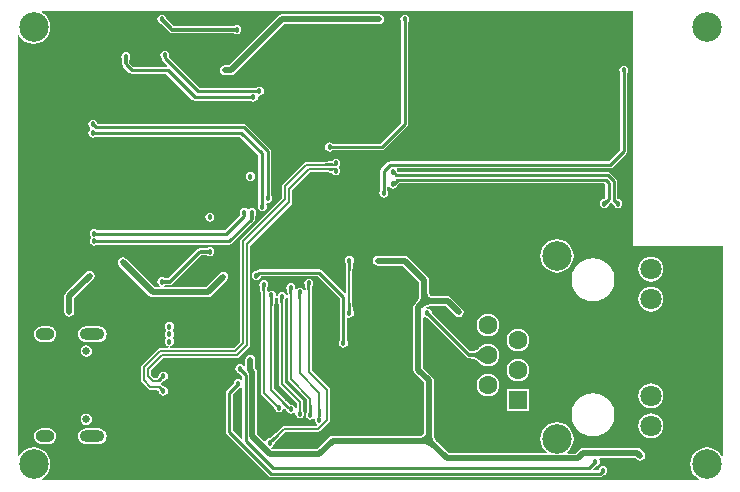
<source format=gbl>
G04*
G04 #@! TF.GenerationSoftware,Altium Limited,Altium Designer,20.0.2 (26)*
G04*
G04 Layer_Physical_Order=2*
G04 Layer_Color=16711680*
%FSLAX25Y25*%
%MOIN*%
G70*
G01*
G75*
%ADD10C,0.01000*%
%ADD18C,0.00800*%
%ADD60C,0.02000*%
%ADD61C,0.01200*%
%ADD64C,0.09843*%
%ADD65C,0.09843*%
%ADD66C,0.07087*%
%ADD67C,0.06299*%
%ADD68R,0.06299X0.06299*%
%ADD69C,0.02559*%
%ADD70O,0.06299X0.03937*%
%ADD71O,0.08268X0.03937*%
%ADD72C,0.01800*%
G36*
X87500Y83D02*
X87604Y-21D01*
X117569D01*
Y-70076D01*
X117079Y-70174D01*
X117027Y-70050D01*
X116142Y-68897D01*
X114989Y-68012D01*
X113646Y-67456D01*
X112205Y-67266D01*
X110763Y-67456D01*
X109420Y-68012D01*
X108267Y-68897D01*
X107382Y-70050D01*
X106826Y-71393D01*
X106636Y-72835D01*
X106826Y-74276D01*
X107382Y-75619D01*
X108267Y-76772D01*
X109420Y-77658D01*
X109544Y-77709D01*
X109446Y-78199D01*
X-109446D01*
X-109544Y-77709D01*
X-109420Y-77658D01*
X-108267Y-76772D01*
X-107382Y-75619D01*
X-106826Y-74276D01*
X-106636Y-72835D01*
X-106826Y-71393D01*
X-107382Y-70050D01*
X-108267Y-68897D01*
X-109420Y-68012D01*
X-110763Y-67456D01*
X-112205Y-67266D01*
X-113646Y-67456D01*
X-114989Y-68012D01*
X-116142Y-68897D01*
X-117027Y-70050D01*
X-117079Y-70174D01*
X-117569Y-70076D01*
X-117569Y70076D01*
X-117079Y70174D01*
X-117027Y70050D01*
X-116142Y68897D01*
X-114989Y68012D01*
X-113646Y67456D01*
X-112205Y67266D01*
X-110763Y67456D01*
X-109420Y68012D01*
X-108267Y68897D01*
X-107382Y70050D01*
X-106826Y71393D01*
X-106636Y72835D01*
X-106826Y74276D01*
X-107382Y75619D01*
X-108267Y76772D01*
X-109420Y77658D01*
X-109544Y77709D01*
X-109446Y78199D01*
X87500D01*
Y83D01*
D02*
G37*
%LPC*%
G36*
X-69500Y77029D02*
X-70085Y76913D01*
X-70581Y76581D01*
X-70913Y76085D01*
X-71029Y75500D01*
X-70913Y74915D01*
X-70581Y74419D01*
X-70085Y74087D01*
X-69751Y74020D01*
X-66865Y71135D01*
X-66468Y70870D01*
X-66000Y70776D01*
X-45369D01*
X-45085Y70587D01*
X-44500Y70471D01*
X-43915Y70587D01*
X-43419Y70919D01*
X-43087Y71415D01*
X-42971Y72000D01*
X-43087Y72585D01*
X-43419Y73081D01*
X-43915Y73413D01*
X-44500Y73529D01*
X-45085Y73413D01*
X-45369Y73224D01*
X-65493D01*
X-68020Y75751D01*
X-68087Y76085D01*
X-68419Y76581D01*
X-68915Y76913D01*
X-69500Y77029D01*
D02*
G37*
G36*
X-68500Y65029D02*
X-69085Y64913D01*
X-69581Y64581D01*
X-69913Y64085D01*
X-70029Y63500D01*
X-69913Y62915D01*
X-69616Y62470D01*
X-69536Y62071D01*
X-69293Y61707D01*
X-67708Y60122D01*
X-67915Y59622D01*
X-79035D01*
X-80345Y60932D01*
X-80326Y61589D01*
X-80297Y61929D01*
X-80282Y62031D01*
X-80270Y62085D01*
X-80255Y62131D01*
X-80257Y62160D01*
X-80087Y62415D01*
X-79971Y63000D01*
X-80087Y63585D01*
X-80419Y64081D01*
X-80915Y64413D01*
X-81500Y64529D01*
X-82085Y64413D01*
X-82581Y64081D01*
X-82913Y63585D01*
X-83029Y63000D01*
X-82913Y62415D01*
X-82743Y62160D01*
X-82745Y62131D01*
X-82730Y62085D01*
X-82724Y62058D01*
X-82651Y60807D01*
X-82649Y60497D01*
X-82595Y60368D01*
X-82536Y60071D01*
X-82293Y59707D01*
X-80293Y57707D01*
X-80293Y57707D01*
X-79929Y57464D01*
X-79500Y57378D01*
X-79500Y57378D01*
X-67965D01*
X-59293Y48707D01*
X-59293Y48707D01*
X-58929Y48464D01*
X-58500Y48378D01*
X-40021D01*
X-39585Y48087D01*
X-39000Y47971D01*
X-38415Y48087D01*
X-37919Y48419D01*
X-37587Y48915D01*
X-37471Y49500D01*
X-37482Y49557D01*
X-37057Y49982D01*
X-37000Y49971D01*
X-36415Y50087D01*
X-35919Y50419D01*
X-35587Y50915D01*
X-35471Y51500D01*
X-35587Y52085D01*
X-35919Y52581D01*
X-36415Y52913D01*
X-37000Y53029D01*
X-37585Y52913D01*
X-38021Y52622D01*
X-57035D01*
X-67184Y62770D01*
X-67087Y62915D01*
X-66971Y63500D01*
X-67087Y64085D01*
X-67419Y64581D01*
X-67915Y64913D01*
X-68500Y65029D01*
D02*
G37*
G36*
X3000Y77131D02*
X-29500D01*
X-30124Y77007D01*
X-30654Y76653D01*
X-47176Y60131D01*
X-48500D01*
X-49124Y60007D01*
X-49654Y59654D01*
X-50007Y59124D01*
X-50131Y58500D01*
X-50007Y57876D01*
X-49654Y57346D01*
X-49124Y56993D01*
X-48500Y56869D01*
X-46500D01*
X-45876Y56993D01*
X-45347Y57346D01*
X-28824Y73869D01*
X3000D01*
X3624Y73993D01*
X4154Y74347D01*
X4507Y74876D01*
X4631Y75500D01*
X4507Y76124D01*
X4154Y76653D01*
X3624Y77007D01*
X3000Y77131D01*
D02*
G37*
G36*
X11500Y77029D02*
X10915Y76913D01*
X10419Y76581D01*
X10087Y76085D01*
X9971Y75500D01*
X10087Y74915D01*
X10378Y74479D01*
Y40965D01*
X3433Y34019D01*
X-12581D01*
X-13017Y34310D01*
X-13602Y34427D01*
X-14188Y34310D01*
X-14684Y33979D01*
X-15015Y33483D01*
X-15132Y32897D01*
X-15015Y32312D01*
X-14684Y31816D01*
X-14188Y31484D01*
X-13602Y31368D01*
X-13017Y31484D01*
X-12581Y31776D01*
X3898D01*
X3898Y31776D01*
X4327Y31861D01*
X4691Y32105D01*
X12293Y39707D01*
X12293Y39707D01*
X12536Y40071D01*
X12622Y40500D01*
Y74479D01*
X12913Y74915D01*
X13029Y75500D01*
X12913Y76085D01*
X12581Y76581D01*
X12085Y76913D01*
X11500Y77029D01*
D02*
G37*
G36*
X84500Y60029D02*
X83915Y59913D01*
X83419Y59581D01*
X83087Y59085D01*
X82971Y58500D01*
X83087Y57915D01*
X83378Y57479D01*
Y31965D01*
X79535Y28122D01*
X6500D01*
X6500Y28122D01*
X6071Y28036D01*
X5707Y27793D01*
X5707Y27793D01*
X3707Y25793D01*
X3464Y25429D01*
X3378Y25000D01*
X3379Y25000D01*
Y18521D01*
X3087Y18085D01*
X2971Y17500D01*
X3087Y16915D01*
X3419Y16419D01*
X3915Y16087D01*
X4500Y15971D01*
X5085Y16087D01*
X5581Y16419D01*
X5913Y16915D01*
X6029Y17500D01*
X5913Y18085D01*
X5621Y18521D01*
Y19511D01*
X5710Y19578D01*
X6387Y19465D01*
X6419Y19419D01*
X6915Y19087D01*
X7500Y18971D01*
X8085Y19087D01*
X8581Y19419D01*
X8913Y19915D01*
X8926Y19979D01*
X9651Y20778D01*
X78035D01*
X78378Y20435D01*
Y16016D01*
X78215Y15864D01*
X77972Y15660D01*
X77885Y15596D01*
X77817Y15551D01*
X77783Y15532D01*
X77774Y15530D01*
X77766Y15525D01*
X77733Y15511D01*
X77702Y15480D01*
X77683Y15466D01*
X77415Y15413D01*
X76919Y15081D01*
X76587Y14585D01*
X76471Y14000D01*
X76587Y13415D01*
X76919Y12919D01*
X77415Y12587D01*
X78000Y12471D01*
X78585Y12587D01*
X79081Y12919D01*
X79413Y13415D01*
X79466Y13683D01*
X79480Y13702D01*
X79511Y13733D01*
X79524Y13766D01*
X79530Y13774D01*
X79532Y13783D01*
X79551Y13817D01*
X79582Y13864D01*
X79920Y14256D01*
X80101Y14320D01*
X80537Y14297D01*
X80596Y14262D01*
X80678Y14172D01*
X80856Y13955D01*
X80910Y13878D01*
X80948Y13817D01*
X80967Y13781D01*
X80971Y13761D01*
X80979Y13750D01*
X80985Y13735D01*
X81002Y13717D01*
X81037Y13666D01*
X81087Y13415D01*
X81419Y12919D01*
X81915Y12587D01*
X82500Y12471D01*
X83085Y12587D01*
X83581Y12919D01*
X83913Y13415D01*
X84029Y14000D01*
X83913Y14585D01*
X83581Y15081D01*
X83085Y15413D01*
X82834Y15463D01*
X82783Y15498D01*
X82765Y15515D01*
X82750Y15521D01*
X82739Y15529D01*
X82718Y15533D01*
X82683Y15552D01*
X82622Y15590D01*
X82554Y15638D01*
X82222Y15928D01*
Y21563D01*
X82222Y21563D01*
X82136Y21992D01*
X81893Y22356D01*
X79956Y24293D01*
X79592Y24536D01*
X79163Y24622D01*
X79163Y24622D01*
X9181D01*
X8962Y24841D01*
X8913Y25085D01*
X8717Y25379D01*
X8968Y25878D01*
X80000D01*
X80000Y25878D01*
X80429Y25964D01*
X80793Y26207D01*
X85293Y30707D01*
X85293Y30707D01*
X85536Y31071D01*
X85622Y31500D01*
X85622Y31500D01*
Y57479D01*
X85913Y57915D01*
X86029Y58500D01*
X85913Y59085D01*
X85581Y59581D01*
X85085Y59913D01*
X84500Y60029D01*
D02*
G37*
G36*
X-11500Y29029D02*
X-12085Y28913D01*
X-12581Y28581D01*
X-12746Y28334D01*
X-12754Y28330D01*
X-12758Y28329D01*
X-12770Y28320D01*
X-12826Y28288D01*
X-12834Y28278D01*
X-12892Y28251D01*
X-13034Y28207D01*
X-13241Y28163D01*
X-13496Y28126D01*
X-14632Y28054D01*
X-15101Y28049D01*
X-15154Y28027D01*
X-15211Y28039D01*
X-15241Y28020D01*
X-21328D01*
X-21719Y27942D01*
X-22049Y27721D01*
X-29221Y20549D01*
X-29442Y20219D01*
X-29520Y19828D01*
Y15922D01*
X-43221Y2221D01*
X-43442Y1890D01*
X-43520Y1500D01*
Y-32078D01*
X-45422Y-33980D01*
X-66627D01*
X-66749Y-33531D01*
X-66749Y-33528D01*
X-66415Y-33413D01*
X-66322Y-33351D01*
X-65919Y-33081D01*
X-65587Y-32585D01*
X-65471Y-32000D01*
X-65587Y-31415D01*
X-65919Y-30919D01*
Y-30581D01*
X-65587Y-30085D01*
X-65471Y-29500D01*
X-65587Y-28915D01*
X-65919Y-28419D01*
Y-28081D01*
X-65587Y-27585D01*
X-65471Y-27000D01*
X-65587Y-26415D01*
X-65919Y-25919D01*
X-66415Y-25587D01*
X-67000Y-25471D01*
X-67585Y-25587D01*
X-68081Y-25919D01*
X-68413Y-26415D01*
X-68529Y-27000D01*
X-68413Y-27585D01*
X-68081Y-28081D01*
Y-28419D01*
X-68413Y-28915D01*
X-68529Y-29500D01*
X-68413Y-30085D01*
X-68081Y-30581D01*
Y-30919D01*
X-68413Y-31415D01*
X-68529Y-32000D01*
X-68413Y-32585D01*
X-68081Y-33081D01*
X-67678Y-33351D01*
X-67585Y-33413D01*
X-67251Y-33528D01*
X-67251Y-33531D01*
X-67373Y-33980D01*
X-70000D01*
X-70390Y-34058D01*
X-70721Y-34279D01*
X-76221Y-39779D01*
X-76442Y-40110D01*
X-76520Y-40500D01*
Y-44828D01*
X-76442Y-45219D01*
X-76221Y-45549D01*
X-74049Y-47721D01*
X-73719Y-47942D01*
X-73328Y-48020D01*
X-70979D01*
X-70964Y-48036D01*
X-70750Y-48293D01*
X-70677Y-48395D01*
X-70618Y-48487D01*
X-70578Y-48562D01*
X-70554Y-48616D01*
X-70545Y-48645D01*
X-70536Y-48698D01*
X-70469Y-48802D01*
X-70413Y-49085D01*
X-70081Y-49581D01*
X-69585Y-49913D01*
X-69000Y-50029D01*
X-68415Y-49913D01*
X-67919Y-49581D01*
X-67587Y-49085D01*
X-67471Y-48500D01*
X-67587Y-47915D01*
X-67919Y-47419D01*
X-68415Y-47087D01*
X-68698Y-47031D01*
X-68802Y-46964D01*
X-68855Y-46955D01*
X-68884Y-46946D01*
X-68938Y-46922D01*
X-69013Y-46881D01*
X-69105Y-46823D01*
X-69202Y-46753D01*
X-69613Y-46399D01*
X-69727Y-46288D01*
X-69744Y-46249D01*
X-69759Y-45970D01*
X-69750Y-45778D01*
X-69727Y-45713D01*
X-69464Y-45464D01*
X-69207Y-45250D01*
X-69105Y-45177D01*
X-69013Y-45118D01*
X-68938Y-45078D01*
X-68884Y-45054D01*
X-68855Y-45045D01*
X-68802Y-45036D01*
X-68698Y-44969D01*
X-68415Y-44913D01*
X-67919Y-44581D01*
X-67587Y-44085D01*
X-67471Y-43500D01*
X-67587Y-42915D01*
X-67919Y-42419D01*
X-68415Y-42087D01*
X-69000Y-41971D01*
X-69585Y-42087D01*
X-70081Y-42419D01*
X-70413Y-42915D01*
X-70469Y-43198D01*
X-70536Y-43302D01*
X-70545Y-43355D01*
X-70554Y-43384D01*
X-70578Y-43439D01*
X-70618Y-43513D01*
X-70677Y-43605D01*
X-70747Y-43702D01*
X-70987Y-43980D01*
X-72078D01*
X-72980Y-43078D01*
Y-41422D01*
X-69078Y-37520D01*
X-44500D01*
X-44110Y-37442D01*
X-43779Y-37221D01*
X-40365Y-33807D01*
X-40144Y-33476D01*
X-40066Y-33086D01*
Y-8D01*
X-26279Y13779D01*
X-26058Y14110D01*
X-25980Y14500D01*
Y18578D01*
X-20078Y24480D01*
X-15241D01*
X-15211Y24461D01*
X-15158Y24473D01*
X-15108Y24451D01*
X-14202Y24431D01*
X-13501Y24375D01*
X-13241Y24337D01*
X-13034Y24293D01*
X-12892Y24249D01*
X-12834Y24222D01*
X-12826Y24212D01*
X-12770Y24180D01*
X-12758Y24171D01*
X-12754Y24170D01*
X-12746Y24166D01*
X-12581Y23919D01*
X-12085Y23587D01*
X-11500Y23471D01*
X-10915Y23587D01*
X-10419Y23919D01*
X-10087Y24415D01*
X-9971Y25000D01*
X-10087Y25585D01*
X-10296Y25899D01*
X-10379Y26250D01*
X-10296Y26601D01*
X-10087Y26915D01*
X-9971Y27500D01*
X-10087Y28085D01*
X-10419Y28581D01*
X-10915Y28913D01*
X-11500Y29029D01*
D02*
G37*
G36*
X-40000Y24529D02*
X-40585Y24413D01*
X-41081Y24081D01*
X-41413Y23585D01*
X-41529Y23000D01*
X-41413Y22415D01*
X-41081Y21919D01*
X-40585Y21587D01*
X-40000Y21471D01*
X-39415Y21587D01*
X-38919Y21919D01*
X-38587Y22415D01*
X-38471Y23000D01*
X-38587Y23585D01*
X-38919Y24081D01*
X-39415Y24413D01*
X-40000Y24529D01*
D02*
G37*
G36*
X-92500Y42029D02*
X-93085Y41913D01*
X-93581Y41581D01*
X-93913Y41085D01*
X-94029Y40500D01*
X-93913Y39915D01*
X-93581Y39419D01*
X-93405Y39301D01*
Y38699D01*
X-93581Y38581D01*
X-93913Y38085D01*
X-94029Y37500D01*
X-93913Y36915D01*
X-93581Y36419D01*
X-93085Y36087D01*
X-92500Y35971D01*
X-91915Y36087D01*
X-91479Y36378D01*
X-43465D01*
X-37372Y30285D01*
Y13647D01*
X-37413Y13585D01*
X-37529Y13000D01*
X-37413Y12415D01*
X-37081Y11919D01*
X-36585Y11587D01*
X-36000Y11471D01*
X-35415Y11587D01*
X-34919Y11919D01*
X-34587Y12415D01*
X-34471Y13000D01*
X-34587Y13585D01*
X-34735Y13807D01*
X-34435Y14257D01*
X-34250Y14221D01*
X-33665Y14337D01*
X-33169Y14669D01*
X-32837Y15165D01*
X-32721Y15750D01*
X-32837Y16335D01*
X-33128Y16771D01*
Y31493D01*
X-33128Y31493D01*
X-33214Y31922D01*
X-33457Y32286D01*
X-33457Y32286D01*
X-41464Y40293D01*
X-41828Y40536D01*
X-42257Y40622D01*
X-42257Y40622D01*
X-90995D01*
X-91087Y41085D01*
X-91419Y41581D01*
X-91915Y41913D01*
X-92500Y42029D01*
D02*
G37*
G36*
X-39500Y12529D02*
X-40085Y12413D01*
X-40581Y12081D01*
X-40919D01*
X-41415Y12413D01*
X-42000Y12529D01*
X-42585Y12413D01*
X-43081Y12081D01*
X-43413Y11585D01*
X-43529Y11000D01*
X-43413Y10415D01*
X-43316Y10270D01*
X-48465Y5122D01*
X-90979D01*
X-91415Y5413D01*
X-92000Y5529D01*
X-92585Y5413D01*
X-93081Y5081D01*
X-93413Y4585D01*
X-93529Y4000D01*
X-93413Y3415D01*
X-93081Y2919D01*
Y2581D01*
X-93413Y2085D01*
X-93529Y1500D01*
X-93413Y915D01*
X-93081Y419D01*
X-92585Y87D01*
X-92000Y-29D01*
X-91415Y87D01*
X-90979Y378D01*
X-46964D01*
X-46964Y378D01*
X-46535Y464D01*
X-46171Y707D01*
X-38707Y8171D01*
X-38464Y8535D01*
X-38405Y8830D01*
X-38351Y8959D01*
X-38349Y9184D01*
X-38334Y9566D01*
X-38305Y9860D01*
X-38290Y9959D01*
X-38273Y10033D01*
X-38262Y10070D01*
X-38253Y10084D01*
X-38251Y10096D01*
X-38242Y10118D01*
X-38241Y10151D01*
X-38233Y10197D01*
X-38087Y10415D01*
X-37971Y11000D01*
X-38087Y11585D01*
X-38419Y12081D01*
X-38915Y12413D01*
X-39500Y12529D01*
D02*
G37*
G36*
X-53500Y11029D02*
X-54085Y10913D01*
X-54581Y10581D01*
X-54913Y10085D01*
X-55029Y9500D01*
X-54913Y8915D01*
X-54581Y8419D01*
X-54085Y8087D01*
X-53500Y7971D01*
X-52915Y8087D01*
X-52419Y8419D01*
X-52087Y8915D01*
X-51971Y9500D01*
X-52087Y10085D01*
X-52419Y10581D01*
X-52915Y10913D01*
X-53500Y11029D01*
D02*
G37*
G36*
Y-471D02*
X-54085Y-587D01*
X-54474Y-847D01*
X-56949Y-851D01*
X-57031Y-885D01*
X-57429Y-964D01*
X-57793Y-1207D01*
X-57793Y-1207D01*
X-67432Y-10846D01*
X-68089Y-10826D01*
X-68429Y-10797D01*
X-68530Y-10782D01*
X-68585Y-10770D01*
X-68631Y-10755D01*
X-68660Y-10757D01*
X-68915Y-10587D01*
X-69500Y-10471D01*
X-70085Y-10587D01*
X-70581Y-10919D01*
X-70913Y-11415D01*
X-71029Y-12000D01*
X-70913Y-12585D01*
X-70581Y-13081D01*
X-70152Y-13369D01*
X-70157Y-13632D01*
X-70235Y-13869D01*
X-71824D01*
X-81346Y-4346D01*
X-81876Y-3993D01*
X-82500Y-3869D01*
X-83124Y-3993D01*
X-83653Y-4346D01*
X-84007Y-4876D01*
X-84131Y-5500D01*
X-84007Y-6124D01*
X-83653Y-6654D01*
X-73654Y-16654D01*
X-73124Y-17007D01*
X-72500Y-17131D01*
X-72500Y-17131D01*
X-54193D01*
X-53568Y-17007D01*
X-53039Y-16654D01*
X-47846Y-11461D01*
X-47493Y-10932D01*
X-47369Y-10307D01*
X-47493Y-9683D01*
X-47846Y-9154D01*
X-48376Y-8800D01*
X-49000Y-8676D01*
X-49624Y-8800D01*
X-50153Y-9154D01*
X-54868Y-13869D01*
X-68367D01*
X-68488Y-13766D01*
X-68665Y-13369D01*
X-68581Y-13229D01*
X-68558Y-13224D01*
X-67307Y-13151D01*
X-66997Y-13149D01*
X-66868Y-13095D01*
X-66571Y-13036D01*
X-66207Y-12793D01*
X-56564Y-3150D01*
X-54474Y-3153D01*
X-54085Y-3413D01*
X-53500Y-3529D01*
X-52915Y-3413D01*
X-52419Y-3081D01*
X-52087Y-2585D01*
X-51971Y-2000D01*
X-52087Y-1415D01*
X-52419Y-919D01*
X-52915Y-587D01*
X-53500Y-471D01*
D02*
G37*
G36*
X74849Y-4272D02*
X73569D01*
X73508Y-4297D01*
X73442Y-4284D01*
X72187Y-4534D01*
X72132Y-4571D01*
X72066D01*
X70883Y-5060D01*
X70836Y-5107D01*
X70771Y-5120D01*
X69707Y-5831D01*
X69670Y-5886D01*
X69609Y-5912D01*
X68704Y-6817D01*
X68678Y-6878D01*
X68623Y-6915D01*
X67912Y-7979D01*
X67899Y-8044D01*
X67852Y-8091D01*
X67362Y-9274D01*
Y-9340D01*
X67326Y-9396D01*
X67076Y-10650D01*
X67089Y-10716D01*
X67063Y-10777D01*
Y-12057D01*
X67089Y-12118D01*
X67076Y-12184D01*
X67326Y-13439D01*
X67362Y-13494D01*
Y-13560D01*
X67852Y-14743D01*
X67899Y-14790D01*
X67912Y-14855D01*
X68623Y-15919D01*
X68678Y-15956D01*
X68704Y-16017D01*
X69609Y-16922D01*
X69670Y-16948D01*
X69707Y-17003D01*
X70771Y-17714D01*
X70836Y-17727D01*
X70883Y-17774D01*
X72066Y-18263D01*
X72132D01*
X72187Y-18300D01*
X73442Y-18550D01*
X73508Y-18537D01*
X73569Y-18563D01*
X74849D01*
X74910Y-18537D01*
X74975Y-18550D01*
X76230Y-18300D01*
X76286Y-18263D01*
X76352D01*
X77535Y-17774D01*
X77582Y-17727D01*
X77647Y-17714D01*
X78711Y-17003D01*
X78748Y-16948D01*
X78809Y-16922D01*
X79714Y-16017D01*
X79739Y-15956D01*
X79795Y-15919D01*
X80506Y-14855D01*
X80519Y-14790D01*
X80566Y-14743D01*
X81055Y-13560D01*
Y-13494D01*
X81092Y-13439D01*
X81342Y-12184D01*
X81329Y-12118D01*
X81354Y-12057D01*
Y-10777D01*
X81329Y-10716D01*
X81342Y-10650D01*
X81092Y-9396D01*
X81055Y-9340D01*
Y-9274D01*
X80566Y-8091D01*
X80519Y-8044D01*
X80506Y-7979D01*
X79795Y-6915D01*
X79739Y-6878D01*
X79714Y-6817D01*
X78809Y-5912D01*
X78748Y-5886D01*
X78711Y-5831D01*
X77647Y-5120D01*
X77582Y-5107D01*
X77535Y-5060D01*
X76352Y-4571D01*
X76286D01*
X76230Y-4534D01*
X74975Y-4284D01*
X74910Y-4297D01*
X74849Y-4272D01*
D02*
G37*
G36*
X62201Y2144D02*
X60760Y1954D01*
X59417Y1398D01*
X58263Y513D01*
X57378Y-641D01*
X56822Y-1984D01*
X56632Y-3425D01*
X56822Y-4866D01*
X57378Y-6209D01*
X58263Y-7363D01*
X59417Y-8248D01*
X60760Y-8804D01*
X62201Y-8994D01*
X63642Y-8804D01*
X64986Y-8248D01*
X66139Y-7363D01*
X67024Y-6209D01*
X67580Y-4866D01*
X67770Y-3425D01*
X67580Y-1984D01*
X67024Y-641D01*
X66139Y513D01*
X64986Y1398D01*
X63642Y1954D01*
X62201Y2144D01*
D02*
G37*
G36*
X93500Y-3655D02*
X92418Y-3797D01*
X91411Y-4215D01*
X90545Y-4879D01*
X89881Y-5745D01*
X89464Y-6752D01*
X89321Y-7834D01*
X89464Y-8916D01*
X89881Y-9923D01*
X90545Y-10789D01*
X91411Y-11453D01*
X92418Y-11871D01*
X93500Y-12013D01*
X94582Y-11871D01*
X95590Y-11453D01*
X96455Y-10789D01*
X97119Y-9923D01*
X97537Y-8916D01*
X97679Y-7834D01*
X97537Y-6752D01*
X97119Y-5745D01*
X96455Y-4879D01*
X95590Y-4215D01*
X94582Y-3797D01*
X93500Y-3655D01*
D02*
G37*
G36*
X-7000Y-3471D02*
X-7585Y-3587D01*
X-8081Y-3919D01*
X-8413Y-4415D01*
X-8529Y-5000D01*
X-8413Y-5585D01*
X-8123Y-6019D01*
X-8049Y-8525D01*
X-8020Y-8591D01*
Y-15687D01*
X-8520Y-15894D01*
X-16207Y-8207D01*
X-16571Y-7964D01*
X-17000Y-7878D01*
X-17000Y-7878D01*
X-37000D01*
X-37429Y-7964D01*
X-37793Y-8207D01*
X-37793Y-8207D01*
X-38071Y-8485D01*
X-38585Y-8587D01*
X-39081Y-8919D01*
X-39413Y-9415D01*
X-39529Y-10000D01*
X-39413Y-10585D01*
X-39081Y-11081D01*
X-38585Y-11413D01*
X-38000Y-11529D01*
X-37415Y-11413D01*
X-36919Y-11081D01*
X-36587Y-10585D01*
X-36495Y-10122D01*
X-17465D01*
X-10122Y-17465D01*
Y-31479D01*
X-10413Y-31915D01*
X-10529Y-32500D01*
X-10413Y-33085D01*
X-10081Y-33581D01*
X-9585Y-33913D01*
X-9000Y-34029D01*
X-8415Y-33913D01*
X-7919Y-33581D01*
X-7587Y-33085D01*
X-7471Y-32500D01*
X-7587Y-31915D01*
X-7878Y-31479D01*
Y-24273D01*
X-7378Y-23954D01*
X-7000Y-24029D01*
X-6415Y-23913D01*
X-5919Y-23581D01*
X-5587Y-23085D01*
X-5471Y-22500D01*
X-5587Y-21915D01*
X-5877Y-21481D01*
X-5951Y-18974D01*
X-5980Y-18909D01*
Y-8581D01*
X-5951Y-8510D01*
X-5943Y-7139D01*
X-5912Y-6071D01*
X-5587Y-5585D01*
X-5471Y-5000D01*
X-5587Y-4415D01*
X-5919Y-3919D01*
X-6415Y-3587D01*
X-7000Y-3471D01*
D02*
G37*
G36*
X93500Y-13655D02*
X92418Y-13797D01*
X91411Y-14215D01*
X90545Y-14879D01*
X89881Y-15744D01*
X89464Y-16752D01*
X89321Y-17834D01*
X89464Y-18916D01*
X89881Y-19924D01*
X90545Y-20789D01*
X91411Y-21453D01*
X92418Y-21871D01*
X93500Y-22013D01*
X94582Y-21871D01*
X95590Y-21453D01*
X96455Y-20789D01*
X97119Y-19924D01*
X97537Y-18916D01*
X97679Y-17834D01*
X97537Y-16752D01*
X97119Y-15744D01*
X96455Y-14879D01*
X95590Y-14215D01*
X94582Y-13797D01*
X93500Y-13655D01*
D02*
G37*
G36*
X-93500Y-8369D02*
X-94124Y-8493D01*
X-94653Y-8846D01*
X-101486Y-15679D01*
X-101839Y-16208D01*
X-101963Y-16832D01*
Y-22059D01*
X-101839Y-22684D01*
X-101486Y-23213D01*
X-100956Y-23567D01*
X-100332Y-23691D01*
X-99708Y-23567D01*
X-99179Y-23213D01*
X-98825Y-22684D01*
X-98701Y-22059D01*
Y-17508D01*
X-92347Y-11153D01*
X-91993Y-10624D01*
X-91869Y-10000D01*
X-91993Y-9376D01*
X-92347Y-8846D01*
X-92876Y-8493D01*
X-93500Y-8369D01*
D02*
G37*
G36*
X39209Y-22655D02*
X38230Y-22784D01*
X37318Y-23162D01*
X36535Y-23763D01*
X35934Y-24546D01*
X35556Y-25458D01*
X35427Y-26437D01*
X35556Y-27416D01*
X35934Y-28328D01*
X36535Y-29111D01*
X37318Y-29712D01*
X38230Y-30090D01*
X39209Y-30219D01*
X40188Y-30090D01*
X41100Y-29712D01*
X41883Y-29111D01*
X42484Y-28328D01*
X42862Y-27416D01*
X42991Y-26437D01*
X42862Y-25458D01*
X42484Y-24546D01*
X41883Y-23763D01*
X41100Y-23162D01*
X40188Y-22784D01*
X39209Y-22655D01*
D02*
G37*
G36*
X-107240Y-26882D02*
X-109602D01*
X-110273Y-26970D01*
X-110898Y-27229D01*
X-111434Y-27641D01*
X-111846Y-28177D01*
X-112105Y-28802D01*
X-112193Y-29472D01*
X-112105Y-30143D01*
X-111846Y-30768D01*
X-111434Y-31304D01*
X-110898Y-31716D01*
X-110273Y-31975D01*
X-109602Y-32063D01*
X-107240D01*
X-106570Y-31975D01*
X-105945Y-31716D01*
X-105408Y-31304D01*
X-104997Y-30768D01*
X-104738Y-30143D01*
X-104649Y-29472D01*
X-104738Y-28802D01*
X-104997Y-28177D01*
X-105408Y-27641D01*
X-105945Y-27229D01*
X-106570Y-26970D01*
X-107240Y-26882D01*
D02*
G37*
G36*
X-90508Y-26882D02*
X-94839D01*
X-95509Y-26970D01*
X-96134Y-27229D01*
X-96671Y-27641D01*
X-97082Y-28177D01*
X-97341Y-28802D01*
X-97429Y-29472D01*
X-97341Y-30143D01*
X-97082Y-30768D01*
X-96671Y-31304D01*
X-96134Y-31716D01*
X-95509Y-31975D01*
X-94839Y-32063D01*
X-90508D01*
X-89837Y-31975D01*
X-89213Y-31716D01*
X-88676Y-31304D01*
X-88264Y-30768D01*
X-88006Y-30143D01*
X-87917Y-29472D01*
X-88006Y-28802D01*
X-88264Y-28177D01*
X-88676Y-27641D01*
X-89213Y-27229D01*
X-89837Y-26970D01*
X-90508Y-26882D01*
D02*
G37*
G36*
X49209Y-27655D02*
X48230Y-27784D01*
X47318Y-28162D01*
X46535Y-28763D01*
X45934Y-29546D01*
X45556Y-30458D01*
X45427Y-31437D01*
X45556Y-32416D01*
X45934Y-33328D01*
X46535Y-34111D01*
X47318Y-34712D01*
X48230Y-35090D01*
X49209Y-35219D01*
X50188Y-35090D01*
X51100Y-34712D01*
X51883Y-34111D01*
X52484Y-33328D01*
X52862Y-32416D01*
X52991Y-31437D01*
X52862Y-30458D01*
X52484Y-29546D01*
X51883Y-28763D01*
X51100Y-28162D01*
X50188Y-27784D01*
X49209Y-27655D01*
D02*
G37*
G36*
X-94642Y-33206D02*
X-95375Y-33352D01*
X-95997Y-33767D01*
X-96412Y-34389D01*
X-96558Y-35122D01*
X-96412Y-35855D01*
X-95997Y-36477D01*
X-95375Y-36893D01*
X-94642Y-37038D01*
X-93908Y-36893D01*
X-93287Y-36477D01*
X-92871Y-35855D01*
X-92725Y-35122D01*
X-92871Y-34389D01*
X-93287Y-33767D01*
X-93908Y-33352D01*
X-94642Y-33206D01*
D02*
G37*
G36*
X49209Y-37655D02*
X48230Y-37784D01*
X47318Y-38162D01*
X46535Y-38763D01*
X45934Y-39546D01*
X45556Y-40458D01*
X45427Y-41437D01*
X45556Y-42416D01*
X45934Y-43328D01*
X46535Y-44111D01*
X47318Y-44712D01*
X48230Y-45090D01*
X49209Y-45219D01*
X50188Y-45090D01*
X51100Y-44712D01*
X51883Y-44111D01*
X52484Y-43328D01*
X52862Y-42416D01*
X52991Y-41437D01*
X52862Y-40458D01*
X52484Y-39546D01*
X51883Y-38763D01*
X51100Y-38162D01*
X50188Y-37784D01*
X49209Y-37655D01*
D02*
G37*
G36*
X74849Y-49272D02*
X73569D01*
X73508Y-49297D01*
X73443Y-49284D01*
X72188Y-49534D01*
X72132Y-49571D01*
X72066D01*
X70884Y-50060D01*
X70837Y-50107D01*
X70771Y-50120D01*
X69707Y-50831D01*
X69670Y-50886D01*
X69609Y-50912D01*
X68704Y-51817D01*
X68679Y-51878D01*
X68623Y-51915D01*
X67912Y-52979D01*
X67899Y-53044D01*
X67852Y-53091D01*
X67363Y-54274D01*
Y-54340D01*
X67326Y-54396D01*
X67076Y-55651D01*
X67089Y-55716D01*
X67063Y-55777D01*
Y-57057D01*
X67089Y-57118D01*
X67076Y-57183D01*
X67326Y-58439D01*
X67363Y-58494D01*
Y-58560D01*
X67852Y-59743D01*
X67899Y-59790D01*
X67912Y-59855D01*
X68623Y-60919D01*
X68678Y-60956D01*
X68704Y-61017D01*
X69609Y-61922D01*
X69670Y-61948D01*
X69707Y-62003D01*
X70771Y-62714D01*
X70837Y-62727D01*
X70884Y-62774D01*
X72066Y-63263D01*
X72132D01*
X72188Y-63300D01*
X73443Y-63550D01*
X73508Y-63537D01*
X73569Y-63563D01*
X74849D01*
X74910Y-63537D01*
X74976Y-63550D01*
X76231Y-63300D01*
X76286Y-63263D01*
X76353D01*
X77535Y-62774D01*
X77582Y-62727D01*
X77647Y-62714D01*
X78711Y-62003D01*
X78748Y-61948D01*
X78809Y-61922D01*
X79714Y-61017D01*
X79740Y-60956D01*
X79795Y-60919D01*
X80506Y-59855D01*
X80519Y-59790D01*
X80566Y-59743D01*
X81055Y-58560D01*
Y-58494D01*
X81093Y-58439D01*
X81342Y-57183D01*
X81329Y-57118D01*
X81355Y-57057D01*
Y-55777D01*
X81329Y-55716D01*
X81342Y-55651D01*
X81093Y-54396D01*
X81056Y-54340D01*
Y-54274D01*
X80566Y-53091D01*
X80519Y-53044D01*
X80506Y-52979D01*
X79795Y-51915D01*
X79740Y-51878D01*
X79714Y-51817D01*
X78809Y-50912D01*
X78748Y-50886D01*
X78711Y-50831D01*
X77647Y-50120D01*
X77582Y-50107D01*
X77535Y-50060D01*
X76353Y-49571D01*
X76286D01*
X76231Y-49534D01*
X74976Y-49284D01*
X74910Y-49297D01*
X74849Y-49272D01*
D02*
G37*
G36*
X39209Y-42655D02*
X38230Y-42784D01*
X37318Y-43162D01*
X36535Y-43763D01*
X35934Y-44546D01*
X35556Y-45458D01*
X35427Y-46437D01*
X35556Y-47416D01*
X35934Y-48328D01*
X36535Y-49111D01*
X37318Y-49712D01*
X38230Y-50090D01*
X39209Y-50219D01*
X40188Y-50090D01*
X41100Y-49712D01*
X41883Y-49111D01*
X42484Y-48328D01*
X42862Y-47416D01*
X42991Y-46437D01*
X42862Y-45458D01*
X42484Y-44546D01*
X41883Y-43763D01*
X41100Y-43162D01*
X40188Y-42784D01*
X39209Y-42655D01*
D02*
G37*
G36*
X93500Y-45821D02*
X92418Y-45963D01*
X91411Y-46381D01*
X90545Y-47045D01*
X89881Y-47910D01*
X89464Y-48918D01*
X89321Y-50000D01*
X89464Y-51082D01*
X89881Y-52090D01*
X90545Y-52955D01*
X91411Y-53619D01*
X92418Y-54037D01*
X93500Y-54179D01*
X94582Y-54037D01*
X95590Y-53619D01*
X96455Y-52955D01*
X97119Y-52090D01*
X97537Y-51082D01*
X97679Y-50000D01*
X97537Y-48918D01*
X97119Y-47910D01*
X96455Y-47045D01*
X95590Y-46381D01*
X94582Y-45963D01*
X93500Y-45821D01*
D02*
G37*
G36*
X52959Y-47687D02*
X45459D01*
Y-55187D01*
X52959D01*
Y-47687D01*
D02*
G37*
G36*
X-94642Y-55962D02*
X-95375Y-56107D01*
X-95997Y-56523D01*
X-96412Y-57145D01*
X-96558Y-57878D01*
X-96412Y-58611D01*
X-95997Y-59233D01*
X-95375Y-59648D01*
X-94642Y-59794D01*
X-93908Y-59648D01*
X-93287Y-59233D01*
X-92871Y-58611D01*
X-92725Y-57878D01*
X-92871Y-57145D01*
X-93287Y-56523D01*
X-93908Y-56107D01*
X-94642Y-55962D01*
D02*
G37*
G36*
X93500Y-55821D02*
X92418Y-55963D01*
X91411Y-56381D01*
X90545Y-57045D01*
X89881Y-57911D01*
X89464Y-58918D01*
X89321Y-60000D01*
X89464Y-61082D01*
X89881Y-62090D01*
X90545Y-62955D01*
X91411Y-63619D01*
X92418Y-64037D01*
X93500Y-64179D01*
X94582Y-64037D01*
X95590Y-63619D01*
X96455Y-62955D01*
X97119Y-62090D01*
X97537Y-61082D01*
X97679Y-60000D01*
X97537Y-58918D01*
X97119Y-57911D01*
X96455Y-57045D01*
X95590Y-56381D01*
X94582Y-55963D01*
X93500Y-55821D01*
D02*
G37*
G36*
X-90508Y-60937D02*
X-94839D01*
X-95509Y-61025D01*
X-96134Y-61284D01*
X-96670Y-61696D01*
X-97082Y-62232D01*
X-97341Y-62857D01*
X-97429Y-63528D01*
X-97341Y-64198D01*
X-97082Y-64823D01*
X-96670Y-65359D01*
X-96134Y-65771D01*
X-95509Y-66030D01*
X-94839Y-66118D01*
X-90508D01*
X-89837Y-66030D01*
X-89213Y-65771D01*
X-88676Y-65359D01*
X-88264Y-64823D01*
X-88006Y-64198D01*
X-87917Y-63528D01*
X-88006Y-62857D01*
X-88264Y-62232D01*
X-88676Y-61696D01*
X-89213Y-61284D01*
X-89837Y-61025D01*
X-90508Y-60937D01*
D02*
G37*
G36*
X-107240D02*
X-109602D01*
X-110273Y-61025D01*
X-110898Y-61284D01*
X-111434Y-61696D01*
X-111846Y-62232D01*
X-112105Y-62857D01*
X-112193Y-63528D01*
X-112105Y-64198D01*
X-111846Y-64823D01*
X-111434Y-65359D01*
X-110898Y-65771D01*
X-110273Y-66030D01*
X-109602Y-66118D01*
X-107240D01*
X-106570Y-66030D01*
X-105945Y-65771D01*
X-105408Y-65359D01*
X-104997Y-64823D01*
X-104738Y-64198D01*
X-104649Y-63528D01*
X-104738Y-62857D01*
X-104997Y-62232D01*
X-105408Y-61696D01*
X-105945Y-61284D01*
X-106570Y-61025D01*
X-107240Y-60937D01*
D02*
G37*
G36*
X11500Y-3369D02*
X2404D01*
X1779Y-3493D01*
X1250Y-3847D01*
X897Y-4376D01*
X772Y-5000D01*
X897Y-5624D01*
X1250Y-6154D01*
X1779Y-6507D01*
X2404Y-6631D01*
X10824D01*
X16369Y-12176D01*
Y-16024D01*
X16351Y-16062D01*
X16338Y-16432D01*
X16301Y-16766D01*
X16240Y-17086D01*
X16155Y-17394D01*
X16046Y-17691D01*
X15913Y-17977D01*
X15755Y-18255D01*
X15572Y-18525D01*
X15363Y-18787D01*
X15110Y-19058D01*
X15096Y-19097D01*
X14846Y-19346D01*
X14493Y-19876D01*
X14369Y-20500D01*
Y-41385D01*
X14493Y-42010D01*
X14846Y-42539D01*
X17869Y-45561D01*
Y-61500D01*
Y-61930D01*
X17852Y-61966D01*
X17833Y-62306D01*
X17789Y-62560D01*
X17722Y-62761D01*
X17638Y-62917D01*
X17538Y-63038D01*
X17417Y-63138D01*
X17261Y-63222D01*
X17060Y-63289D01*
X16806Y-63334D01*
X16466Y-63352D01*
X16430Y-63369D01*
X-12500D01*
X-13124Y-63493D01*
X-13654Y-63846D01*
X-17676Y-67869D01*
X-32708D01*
X-32996Y-67518D01*
X-32840Y-67045D01*
X-32792Y-67036D01*
X-32296Y-66704D01*
X-31964Y-66208D01*
X-31863Y-65697D01*
X-30143Y-63872D01*
X-30117Y-63804D01*
X-28332Y-62020D01*
X-17313D01*
X-16923Y-61942D01*
X-16592Y-61721D01*
X-13779Y-58908D01*
X-13558Y-58577D01*
X-13480Y-58187D01*
Y-48000D01*
X-13558Y-47610D01*
X-13779Y-47279D01*
X-19480Y-41578D01*
Y-16081D01*
X-19451Y-16010D01*
X-19443Y-14639D01*
X-19412Y-13571D01*
X-19087Y-13085D01*
X-18971Y-12500D01*
X-19087Y-11915D01*
X-19419Y-11419D01*
X-19915Y-11087D01*
X-20500Y-10971D01*
X-21085Y-11087D01*
X-21581Y-11419D01*
X-21913Y-11915D01*
X-22029Y-12500D01*
X-21913Y-13085D01*
X-21623Y-13519D01*
X-21583Y-14886D01*
X-22081Y-14943D01*
X-22087Y-14915D01*
X-22419Y-14419D01*
X-22915Y-14087D01*
X-23500Y-13971D01*
X-24085Y-14087D01*
X-24538Y-14390D01*
X-24702Y-14339D01*
X-24999Y-14144D01*
X-24971Y-14000D01*
X-25087Y-13415D01*
X-25419Y-12919D01*
X-25915Y-12587D01*
X-26500Y-12471D01*
X-27085Y-12587D01*
X-27581Y-12919D01*
X-27913Y-13415D01*
X-28029Y-14000D01*
X-27913Y-14585D01*
X-27623Y-15019D01*
X-27583Y-16386D01*
X-28081Y-16443D01*
X-28087Y-16415D01*
X-28419Y-15919D01*
X-28915Y-15587D01*
X-29500Y-15471D01*
X-30085Y-15587D01*
X-30581Y-15919D01*
X-30913Y-16415D01*
X-31029Y-17000D01*
X-30913Y-17585D01*
X-30623Y-18019D01*
X-30549Y-20526D01*
X-30520Y-20591D01*
Y-46000D01*
X-30442Y-46390D01*
X-30221Y-46721D01*
X-24521Y-52421D01*
X-24549Y-52490D01*
X-24557Y-53861D01*
X-24561Y-53998D01*
X-25062Y-54040D01*
X-25087Y-53915D01*
X-25419Y-53419D01*
X-25915Y-53087D01*
X-26500Y-52971D01*
X-26535Y-52978D01*
X-28023Y-51677D01*
X-28370Y-51333D01*
X-28421Y-51312D01*
X-28450Y-51265D01*
X-28489Y-51256D01*
X-31980Y-47765D01*
Y-20081D01*
X-31951Y-20010D01*
X-31943Y-18639D01*
X-31912Y-17571D01*
X-31587Y-17085D01*
X-31471Y-16500D01*
X-31587Y-15915D01*
X-31919Y-15419D01*
X-32415Y-15087D01*
X-33000Y-14971D01*
X-33585Y-15087D01*
X-33944Y-15327D01*
X-34371Y-15166D01*
X-34442Y-15104D01*
X-34412Y-14071D01*
X-34087Y-13585D01*
X-33971Y-13000D01*
X-34087Y-12415D01*
X-34419Y-11919D01*
X-34915Y-11587D01*
X-35500Y-11471D01*
X-36085Y-11587D01*
X-36581Y-11919D01*
X-36913Y-12415D01*
X-37029Y-13000D01*
X-36913Y-13585D01*
X-36623Y-14019D01*
X-36549Y-16525D01*
X-36520Y-16591D01*
Y-49000D01*
X-36442Y-49390D01*
X-36221Y-49721D01*
X-33753Y-52189D01*
X-33724Y-52260D01*
X-32760Y-53235D01*
X-32027Y-54012D01*
X-31913Y-54585D01*
X-31581Y-55081D01*
X-31085Y-55413D01*
X-30500Y-55529D01*
X-29915Y-55413D01*
X-29419Y-55081D01*
X-29087Y-54585D01*
X-29035Y-54326D01*
X-28492Y-54159D01*
X-28001Y-54642D01*
X-27913Y-55085D01*
X-27581Y-55581D01*
X-27085Y-55913D01*
X-26500Y-56029D01*
X-25915Y-55913D01*
X-25462Y-55610D01*
X-25298Y-55661D01*
X-25001Y-55856D01*
X-25029Y-56000D01*
X-24913Y-56585D01*
X-24581Y-57081D01*
X-24085Y-57413D01*
X-23500Y-57529D01*
X-22915Y-57413D01*
X-22419Y-57081D01*
X-22087Y-56585D01*
X-21971Y-56000D01*
X-22087Y-55415D01*
X-22377Y-54981D01*
X-22451Y-52474D01*
X-22480Y-52409D01*
Y-52000D01*
X-22558Y-51610D01*
X-22779Y-51279D01*
X-28480Y-45578D01*
Y-20581D01*
X-28451Y-20510D01*
X-28443Y-19139D01*
X-28412Y-18071D01*
X-28087Y-17585D01*
X-28053Y-17413D01*
X-27551Y-17455D01*
X-27549Y-17526D01*
X-27520Y-17591D01*
Y-44500D01*
X-27442Y-44890D01*
X-27221Y-45221D01*
X-21020Y-51422D01*
Y-52919D01*
X-21049Y-52990D01*
X-21057Y-54361D01*
X-21088Y-55429D01*
X-21413Y-55915D01*
X-21529Y-56500D01*
X-21413Y-57085D01*
X-21081Y-57581D01*
X-20585Y-57913D01*
X-20000Y-58029D01*
X-19415Y-57913D01*
X-18962Y-57610D01*
X-18798Y-57661D01*
X-18501Y-57856D01*
X-18529Y-58000D01*
X-18413Y-58585D01*
X-18081Y-59081D01*
X-18016Y-59125D01*
X-17919Y-59736D01*
X-18119Y-59980D01*
X-28755D01*
X-29145Y-60058D01*
X-29476Y-60279D01*
X-31566Y-62370D01*
X-31638Y-62399D01*
X-32612Y-63363D01*
X-33389Y-64096D01*
X-33963Y-64210D01*
X-34459Y-64541D01*
X-34790Y-65037D01*
X-34817Y-65169D01*
X-35359Y-65334D01*
X-37769Y-62924D01*
Y-42130D01*
X-37893Y-41506D01*
X-38247Y-40977D01*
X-38369Y-40854D01*
Y-38000D01*
X-38493Y-37376D01*
X-38846Y-36847D01*
X-39376Y-36493D01*
X-40000Y-36369D01*
X-40624Y-36493D01*
X-41153Y-36847D01*
X-41507Y-37376D01*
X-41631Y-38000D01*
Y-40265D01*
X-41868Y-40343D01*
X-42131Y-40348D01*
X-42419Y-39919D01*
X-42915Y-39587D01*
X-43500Y-39471D01*
X-44085Y-39587D01*
X-44581Y-39919D01*
X-44913Y-40415D01*
X-45029Y-41000D01*
X-44913Y-41585D01*
X-44581Y-42081D01*
X-44085Y-42413D01*
X-43818Y-42466D01*
X-42622Y-43538D01*
Y-44532D01*
X-43122Y-44783D01*
X-43415Y-44587D01*
X-44000Y-44471D01*
X-44585Y-44587D01*
X-45081Y-44919D01*
X-45413Y-45415D01*
X-45515Y-45929D01*
X-47793Y-48207D01*
X-48036Y-48571D01*
X-48122Y-49000D01*
X-48122Y-49000D01*
Y-62000D01*
X-48122Y-62000D01*
X-48036Y-62429D01*
X-47793Y-62793D01*
X-33793Y-76793D01*
X-33429Y-77036D01*
X-33000Y-77122D01*
X-33000Y-77122D01*
X76500D01*
X76500Y-77122D01*
X76929Y-77036D01*
X77293Y-76793D01*
X77571Y-76515D01*
X78085Y-76413D01*
X78581Y-76081D01*
X78913Y-75585D01*
X79029Y-75000D01*
X78913Y-74415D01*
X78581Y-73919D01*
X78085Y-73587D01*
X77500Y-73471D01*
X76915Y-73587D01*
X76419Y-73919D01*
X76087Y-74415D01*
X75995Y-74878D01*
X74457D01*
X74257Y-74378D01*
X74923Y-73744D01*
X75165Y-73538D01*
X75220Y-73498D01*
X75250Y-73480D01*
X75585Y-73413D01*
X76081Y-73081D01*
X76413Y-72585D01*
X76529Y-72000D01*
X76413Y-71415D01*
X76224Y-71131D01*
X76483Y-70631D01*
X88324D01*
X88846Y-71153D01*
X89376Y-71507D01*
X90000Y-71631D01*
X90624Y-71507D01*
X91154Y-71153D01*
X91507Y-70624D01*
X91631Y-70000D01*
X91507Y-69376D01*
X91154Y-68846D01*
X90153Y-67847D01*
X89624Y-67493D01*
X89000Y-67369D01*
X71000D01*
X70376Y-67493D01*
X69846Y-67847D01*
X68394Y-69299D01*
X65719D01*
X65550Y-68799D01*
X66139Y-68347D01*
X67024Y-67193D01*
X67580Y-65850D01*
X67770Y-64409D01*
X67580Y-62968D01*
X67024Y-61624D01*
X66139Y-60471D01*
X64986Y-59586D01*
X63642Y-59030D01*
X62201Y-58840D01*
X60760Y-59030D01*
X59417Y-59586D01*
X58263Y-60471D01*
X57378Y-61624D01*
X56822Y-62968D01*
X56632Y-64409D01*
X56822Y-65850D01*
X57378Y-67193D01*
X58263Y-68347D01*
X58813Y-68769D01*
X58643Y-69269D01*
X26076D01*
X22404Y-65597D01*
X22390Y-65557D01*
X22138Y-65287D01*
X21928Y-65025D01*
X21745Y-64755D01*
X21587Y-64478D01*
X21454Y-64191D01*
X21345Y-63894D01*
X21260Y-63586D01*
X21199Y-63266D01*
X21162Y-62932D01*
X21149Y-62563D01*
X21131Y-62524D01*
Y-61500D01*
Y-44886D01*
X21131Y-44886D01*
X21007Y-44261D01*
X20653Y-43732D01*
X17631Y-40710D01*
Y-23983D01*
X18131Y-23724D01*
X18415Y-23913D01*
X18929Y-24015D01*
X32144Y-37230D01*
X32144Y-37230D01*
X32508Y-37473D01*
X32791Y-37530D01*
X32916Y-37586D01*
X33386Y-37601D01*
X33809Y-37644D01*
X34207Y-37714D01*
X34579Y-37812D01*
X34928Y-37935D01*
X35253Y-38084D01*
X35558Y-38260D01*
X35843Y-38462D01*
X36109Y-38691D01*
X36378Y-38969D01*
X36383Y-38972D01*
X36386Y-38978D01*
X36454Y-39006D01*
X36535Y-39111D01*
X37318Y-39712D01*
X38230Y-40090D01*
X39209Y-40219D01*
X40188Y-40090D01*
X41100Y-39712D01*
X41883Y-39111D01*
X42484Y-38328D01*
X42862Y-37416D01*
X42991Y-36437D01*
X42862Y-35458D01*
X42484Y-34546D01*
X41883Y-33763D01*
X41100Y-33162D01*
X40188Y-32784D01*
X39209Y-32655D01*
X38230Y-32784D01*
X37318Y-33162D01*
X36535Y-33763D01*
X36454Y-33868D01*
X36387Y-33896D01*
X36384Y-33902D01*
X36378Y-33905D01*
X36109Y-34183D01*
X35843Y-34413D01*
X35558Y-34615D01*
X35254Y-34790D01*
X34928Y-34939D01*
X34579Y-35063D01*
X34207Y-35160D01*
X33809Y-35230D01*
X33386Y-35273D01*
X33360Y-35274D01*
X20515Y-22429D01*
X20413Y-21915D01*
X20081Y-21419D01*
X19585Y-21087D01*
X19000Y-20971D01*
X18797Y-21011D01*
X18641Y-20532D01*
X18809Y-20454D01*
X19106Y-20345D01*
X19414Y-20260D01*
X19735Y-20199D01*
X20068Y-20162D01*
X20437Y-20149D01*
X20476Y-20131D01*
X25210D01*
X28382Y-23304D01*
X28911Y-23657D01*
X29535Y-23781D01*
X30160Y-23657D01*
X30689Y-23304D01*
X31043Y-22774D01*
X31167Y-22150D01*
X31043Y-21526D01*
X30689Y-20997D01*
X27039Y-17346D01*
X26510Y-16993D01*
X25885Y-16869D01*
X21070D01*
X21034Y-16851D01*
X20694Y-16834D01*
X20440Y-16789D01*
X20239Y-16722D01*
X20083Y-16638D01*
X19962Y-16538D01*
X19862Y-16417D01*
X19778Y-16261D01*
X19711Y-16060D01*
X19667Y-15806D01*
X19648Y-15466D01*
X19631Y-15430D01*
Y-11500D01*
X19507Y-10876D01*
X19153Y-10346D01*
X12653Y-3847D01*
X12124Y-3493D01*
X11500Y-3369D01*
D02*
G37*
%LPD*%
G36*
X-80870Y62338D02*
X-80898Y62257D01*
X-80922Y62146D01*
X-80942Y62003D01*
X-80974Y61626D01*
X-80998Y60828D01*
X-81000Y60500D01*
X-82000D01*
X-82002Y60828D01*
X-82078Y62146D01*
X-82102Y62257D01*
X-82130Y62338D01*
X-82160Y62388D01*
X-80840D01*
X-80870Y62338D01*
D02*
G37*
G36*
X9470Y21546D02*
X8388Y20352D01*
X7480Y21400D01*
X7572Y21410D01*
X7672Y21437D01*
X7780Y21481D01*
X7896Y21541D01*
X8020Y21618D01*
X8152Y21712D01*
X8442Y21949D01*
X8598Y22093D01*
X8763Y22254D01*
X9470Y21546D01*
D02*
G37*
G36*
X79853Y15146D02*
X79677Y14967D01*
X79063Y14257D01*
X78994Y14153D01*
X78944Y14061D01*
X78911Y13981D01*
X78896Y13914D01*
X77914Y14896D01*
X77981Y14911D01*
X78061Y14943D01*
X78153Y14994D01*
X78257Y15063D01*
X78374Y15150D01*
X78646Y15377D01*
X78967Y15677D01*
X79146Y15854D01*
X79853Y15146D01*
D02*
G37*
G36*
X81613Y15597D02*
X82152Y15127D01*
X82262Y15049D01*
X82361Y14987D01*
X82451Y14940D01*
X82531Y14909D01*
X82601Y14894D01*
X81606Y13899D01*
X81590Y13969D01*
X81560Y14049D01*
X81513Y14139D01*
X81451Y14239D01*
X81372Y14348D01*
X81169Y14598D01*
X80903Y14887D01*
X80747Y15046D01*
X81454Y15754D01*
X81613Y15597D01*
D02*
G37*
G36*
X-12163Y26891D02*
X-14948Y26600D01*
X-15094Y27400D01*
X-14609Y27405D01*
X-13428Y27479D01*
X-13126Y27524D01*
X-12870Y27578D01*
X-12661Y27643D01*
X-12498Y27717D01*
X-12380Y27801D01*
X-12308Y27895D01*
X-12163Y26891D01*
D02*
G37*
G36*
Y25609D02*
X-12308Y24605D01*
X-12380Y24699D01*
X-12498Y24783D01*
X-12661Y24857D01*
X-12870Y24922D01*
X-13126Y24976D01*
X-13428Y25021D01*
X-14169Y25080D01*
X-15094Y25100D01*
X-14948Y25900D01*
X-12163Y25609D01*
D02*
G37*
G36*
X-68914Y-44396D02*
X-69010Y-44413D01*
X-69113Y-44445D01*
X-69225Y-44494D01*
X-69344Y-44559D01*
X-69470Y-44640D01*
X-69604Y-44736D01*
X-69895Y-44978D01*
X-70217Y-45283D01*
X-70783Y-44717D01*
X-70622Y-44552D01*
X-70236Y-44104D01*
X-70140Y-43970D01*
X-70059Y-43843D01*
X-69994Y-43725D01*
X-69946Y-43613D01*
X-69913Y-43510D01*
X-69896Y-43414D01*
X-68914Y-44396D01*
D02*
G37*
G36*
X-70052Y-46878D02*
X-69604Y-47264D01*
X-69470Y-47360D01*
X-69344Y-47441D01*
X-69225Y-47506D01*
X-69113Y-47554D01*
X-69010Y-47587D01*
X-68914Y-47604D01*
X-69896Y-48586D01*
X-69913Y-48490D01*
X-69946Y-48386D01*
X-69994Y-48275D01*
X-70059Y-48156D01*
X-70140Y-48030D01*
X-70236Y-47896D01*
X-70478Y-47605D01*
X-70783Y-47283D01*
X-70217Y-46717D01*
X-70052Y-46878D01*
D02*
G37*
G36*
X-38838Y10375D02*
X-38872Y10296D01*
X-38902Y10198D01*
X-38928Y10080D01*
X-38950Y9943D01*
X-38982Y9610D01*
X-38998Y9199D01*
X-39000Y8964D01*
X-40000D01*
X-40002Y9199D01*
X-40050Y9943D01*
X-40072Y10080D01*
X-40098Y10198D01*
X-40128Y10296D01*
X-40162Y10375D01*
X-40200Y10435D01*
X-38800D01*
X-38838Y10375D01*
D02*
G37*
G36*
X-54246Y-2504D02*
X-56948Y-2500D01*
Y-1500D01*
X-54246Y-1496D01*
Y-2504D01*
D02*
G37*
G36*
X-68838Y-11371D02*
X-68757Y-11398D01*
X-68646Y-11422D01*
X-68503Y-11442D01*
X-68126Y-11474D01*
X-67328Y-11498D01*
X-67000Y-11500D01*
Y-12500D01*
X-67328Y-12502D01*
X-68646Y-12578D01*
X-68757Y-12602D01*
X-68838Y-12630D01*
X-68888Y-12660D01*
Y-11340D01*
X-68838Y-11371D01*
D02*
G37*
G36*
X-6534Y-5797D02*
X-6548Y-5887D01*
X-6560Y-6029D01*
X-6593Y-7128D01*
X-6600Y-8506D01*
X-7400D01*
X-7481Y-5760D01*
X-6519D01*
X-6534Y-5797D01*
D02*
G37*
G36*
X-6519Y-21739D02*
X-7481D01*
X-7466Y-21703D01*
X-7452Y-21613D01*
X-7440Y-21471D01*
X-7407Y-20372D01*
X-7400Y-18994D01*
X-6600D01*
X-6519Y-21739D01*
D02*
G37*
G36*
X-20034Y-13297D02*
X-20048Y-13387D01*
X-20060Y-13529D01*
X-20093Y-14627D01*
X-20100Y-16006D01*
X-20900D01*
X-20981Y-13261D01*
X-20019D01*
X-20034Y-13297D01*
D02*
G37*
G36*
X-35034Y-13797D02*
X-35048Y-13887D01*
X-35060Y-14029D01*
X-35093Y-15127D01*
X-35100Y-16506D01*
X-35900D01*
X-35981Y-13760D01*
X-35019D01*
X-35034Y-13797D01*
D02*
G37*
G36*
X-26034Y-14797D02*
X-26048Y-14887D01*
X-26060Y-15029D01*
X-26093Y-16127D01*
X-26100Y-17506D01*
X-26900D01*
X-26981Y-14761D01*
X-26019D01*
X-26034Y-14797D01*
D02*
G37*
G36*
X-23034Y-16297D02*
X-23048Y-16387D01*
X-23060Y-16529D01*
X-23093Y-17627D01*
X-23100Y-19006D01*
X-23900D01*
X-23981Y-16261D01*
X-23019D01*
X-23034Y-16297D01*
D02*
G37*
G36*
X-32534Y-17297D02*
X-32548Y-17387D01*
X-32560Y-17529D01*
X-32593Y-18628D01*
X-32600Y-20006D01*
X-33400D01*
X-33481Y-17260D01*
X-32519D01*
X-32534Y-17297D01*
D02*
G37*
G36*
X-29034Y-17797D02*
X-29048Y-17887D01*
X-29060Y-18029D01*
X-29093Y-19128D01*
X-29100Y-20506D01*
X-29900D01*
X-29981Y-17761D01*
X-29019D01*
X-29034Y-17797D01*
D02*
G37*
G36*
X19020Y-15880D02*
X19080Y-16220D01*
X19180Y-16520D01*
X19320Y-16780D01*
X19500Y-17000D01*
X19720Y-17180D01*
X19980Y-17320D01*
X20280Y-17420D01*
X20620Y-17480D01*
X21000Y-17500D01*
X20414Y-19500D01*
X20020Y-19514D01*
X19638Y-19557D01*
X19267Y-19627D01*
X18908Y-19726D01*
X18561Y-19854D01*
X18225Y-20009D01*
X17901Y-20193D01*
X17589Y-20405D01*
X17289Y-20646D01*
X17000Y-20914D01*
X15586Y-19500D01*
X15855Y-19211D01*
X16095Y-18911D01*
X16307Y-18599D01*
X16491Y-18275D01*
X16646Y-17939D01*
X16774Y-17592D01*
X16873Y-17233D01*
X16943Y-16862D01*
X16986Y-16480D01*
X17000Y-16086D01*
X19000Y-15500D01*
X19020Y-15880D01*
D02*
G37*
G36*
X36845Y-38519D02*
X36555Y-38218D01*
X36243Y-37949D01*
X35908Y-37712D01*
X35551Y-37506D01*
X35172Y-37332D01*
X34770Y-37190D01*
X34345Y-37079D01*
X33898Y-37000D01*
X33429Y-36953D01*
X32937Y-36937D01*
Y-35937D01*
X33429Y-35921D01*
X33898Y-35874D01*
X34345Y-35795D01*
X34770Y-35684D01*
X35172Y-35542D01*
X35552Y-35368D01*
X35909Y-35162D01*
X36244Y-34925D01*
X36556Y-34656D01*
X36846Y-34356D01*
X36845Y-38519D01*
D02*
G37*
G36*
X-42586Y-41069D02*
X-42544Y-41141D01*
X-42471Y-41238D01*
X-42239Y-41511D01*
X-41423Y-42368D01*
X-41146Y-42646D01*
X-41854Y-43354D01*
X-43477Y-41900D01*
X-42600Y-41023D01*
X-42586Y-41069D01*
D02*
G37*
G36*
X-30697Y-53122D02*
X-31378Y-53803D01*
X-31393Y-53766D01*
X-31447Y-53693D01*
X-31539Y-53583D01*
X-32292Y-52784D01*
X-33262Y-51804D01*
X-32696Y-51238D01*
X-30697Y-53122D01*
D02*
G37*
G36*
X-28466Y-52153D02*
X-26786Y-53621D01*
X-26728Y-53629D01*
X-27385Y-54337D01*
X-29299Y-52454D01*
X-28827Y-51794D01*
X-28466Y-52153D01*
D02*
G37*
G36*
X-23019Y-55239D02*
X-23981D01*
X-23966Y-55203D01*
X-23952Y-55113D01*
X-23940Y-54971D01*
X-23907Y-53873D01*
X-23900Y-52494D01*
X-23100D01*
X-23019Y-55239D01*
D02*
G37*
G36*
X-19519Y-55739D02*
X-20481D01*
X-20466Y-55703D01*
X-20452Y-55613D01*
X-20440Y-55471D01*
X-20407Y-54373D01*
X-20400Y-52994D01*
X-19600D01*
X-19519Y-55739D01*
D02*
G37*
G36*
X-16519Y-57240D02*
X-17481D01*
X-17466Y-57203D01*
X-17452Y-57113D01*
X-17440Y-56971D01*
X-17407Y-55872D01*
X-17400Y-54494D01*
X-16600D01*
X-16519Y-57240D01*
D02*
G37*
G36*
X-42622Y-47468D02*
Y-64139D01*
X-43084Y-64330D01*
X-45878Y-61535D01*
Y-49465D01*
X-43929Y-47515D01*
X-43415Y-47413D01*
X-43122Y-47217D01*
X-42622Y-47468D01*
D02*
G37*
G36*
X-30615Y-63426D02*
X-32499Y-65425D01*
X-33180Y-64745D01*
X-33143Y-64730D01*
X-33070Y-64676D01*
X-32961Y-64584D01*
X-32161Y-63830D01*
X-31181Y-62861D01*
X-30615Y-63426D01*
D02*
G37*
G36*
X20500Y-62586D02*
X20514Y-62980D01*
X20557Y-63362D01*
X20627Y-63733D01*
X20726Y-64092D01*
X20854Y-64439D01*
X21009Y-64775D01*
X21193Y-65099D01*
X21405Y-65411D01*
X21645Y-65711D01*
X21914Y-66000D01*
X20500Y-67414D01*
X20211Y-67146D01*
X19911Y-66905D01*
X19599Y-66693D01*
X19275Y-66509D01*
X18939Y-66353D01*
X18592Y-66226D01*
X18233Y-66127D01*
X17862Y-66057D01*
X17480Y-66014D01*
X17086Y-66000D01*
X16500Y-64000D01*
X16880Y-63980D01*
X17220Y-63920D01*
X17520Y-63820D01*
X17780Y-63680D01*
X18000Y-63500D01*
X18180Y-63280D01*
X18320Y-63020D01*
X18420Y-62720D01*
X18480Y-62380D01*
X18500Y-62000D01*
X20500Y-62586D01*
D02*
G37*
G36*
X74977Y-72900D02*
X74931Y-72913D01*
X74859Y-72957D01*
X74761Y-73029D01*
X74489Y-73261D01*
X73632Y-74077D01*
X73353Y-74353D01*
X72646Y-73646D01*
X74100Y-72023D01*
X74977Y-72900D01*
D02*
G37*
D10*
X-47000Y-49000D02*
X-44000Y-46000D01*
X-47000Y-62000D02*
Y-49000D01*
Y-62000D02*
X-33000Y-76000D01*
X-57000Y-2000D02*
X-53500D01*
X-67000Y-12000D02*
X-57000Y-2000D01*
X-69500Y-12000D02*
X-67000D01*
X-37000Y-9000D02*
X-17000D01*
X-38000Y-10000D02*
X-37000Y-9000D01*
X-9000Y-32500D02*
Y-17000D01*
X-17000Y-9000D02*
X-9000Y-17000D01*
X-34250Y15750D02*
Y31493D01*
X-42257Y39500D02*
X-34250Y31493D01*
X-36250Y13250D02*
Y30750D01*
Y13250D02*
X-36000Y13000D01*
X-43000Y37500D02*
X-36250Y30750D01*
X-92500Y37500D02*
X-43000D01*
X-39500Y8964D02*
Y11000D01*
X-46964Y1500D02*
X-39500Y8964D01*
X-42000Y10000D02*
Y11000D01*
X-48000Y4000D02*
X-42000Y10000D01*
X-92000Y1500D02*
X-46964D01*
X-92000Y4000D02*
X-48000D01*
X-92500Y40500D02*
X-91500Y39500D01*
X-42257D01*
X-68500Y62500D02*
Y63500D01*
Y62500D02*
X-57500Y51500D01*
X-37000D01*
X-81500Y60500D02*
Y63000D01*
X-79500Y58500D02*
X-67500D01*
X-81500Y60500D02*
X-79500Y58500D01*
X-67500D02*
X-58500Y49500D01*
X-39000D01*
X-43500Y-41000D02*
X-41500Y-43000D01*
Y-65000D02*
Y-43000D01*
Y-65000D02*
X-32500Y-74000D01*
X73000D01*
X75000Y-72000D01*
X76500Y-76000D02*
X77500Y-75000D01*
X-33000Y-76000D02*
X76500D01*
X11500Y40500D02*
Y75500D01*
X3898Y32897D02*
X11500Y40500D01*
X-13602Y32897D02*
X3898D01*
X6500Y27000D02*
X80000D01*
X4500Y25000D02*
X6500Y27000D01*
X4500Y17500D02*
Y25000D01*
X80000Y27000D02*
X84500Y31500D01*
Y58500D01*
X81100Y15400D02*
X82500Y14000D01*
X78000D02*
X79500Y15500D01*
X9116Y21900D02*
X78500D01*
X7717Y24500D02*
X8716Y23500D01*
X7500Y24500D02*
X7717D01*
Y20500D02*
X9116Y21900D01*
X7500Y20500D02*
X7717D01*
X81100Y15400D02*
Y21563D01*
X79163Y23500D02*
X81100Y21563D01*
X8716Y23500D02*
X79163D01*
X79500Y15500D02*
Y20900D01*
X78500Y21900D02*
X79500Y20900D01*
X39209Y-36437D02*
X39209Y-36437D01*
X32937Y-36437D02*
X39209D01*
X19000Y-22500D02*
X32937Y-36437D01*
D18*
X-33000Y-48187D02*
X-26687Y-54500D01*
X-33000Y-48187D02*
Y-16500D01*
X-26687Y-54500D02*
X-26500D01*
X-7000Y-22500D02*
Y-5000D01*
X-74000Y-41000D02*
X-69500Y-36500D01*
X-74000Y-43500D02*
Y-41000D01*
Y-43500D02*
X-72500Y-45000D01*
X-44500Y-36500D02*
X-41086Y-33086D01*
X-69500Y-36500D02*
X-44500D01*
X-41086Y-33086D02*
Y414D01*
X-20500Y25500D02*
X-12000D01*
X-27000Y19000D02*
X-20500Y25500D01*
X-27000Y14500D02*
Y19000D01*
X-41086Y414D02*
X-27000Y14500D01*
X-28500Y19828D02*
X-21328Y27000D01*
X-28500Y15500D02*
Y19828D01*
X-42500Y1500D02*
X-28500Y15500D01*
X-12000Y25500D02*
X-11500Y25000D01*
X-12000Y27000D02*
X-11500Y27500D01*
X-21328Y27000D02*
X-12000D01*
X-73328Y-47000D02*
X-70500D01*
X-69000Y-48500D01*
X-70500Y-45000D02*
X-69000Y-43500D01*
X-72500Y-45000D02*
X-70500D01*
X-42500Y-32500D02*
Y1500D01*
X-45000Y-35000D02*
X-42500Y-32500D01*
X-70000Y-35000D02*
X-45000D01*
X-75500Y-40500D02*
X-70000Y-35000D01*
X-75500Y-44828D02*
Y-40500D01*
Y-44828D02*
X-73328Y-47000D01*
X-35500Y-49000D02*
Y-13000D01*
Y-49000D02*
X-30500Y-54000D01*
X-14500Y-58187D02*
Y-48000D01*
X-17313Y-61000D02*
X-14500Y-58187D01*
X-28755Y-61000D02*
X-17313D01*
X-20500Y-42000D02*
Y-12500D01*
Y-42000D02*
X-14500Y-48000D01*
X-17000Y-58000D02*
Y-49000D01*
X-20000Y-56500D02*
Y-51000D01*
X-26500Y-44500D02*
X-20000Y-51000D01*
X-33377Y-65623D02*
X-28755Y-61000D01*
X-23500Y-42500D02*
Y-15500D01*
Y-42500D02*
X-17000Y-49000D01*
X-23500Y-56000D02*
Y-52000D01*
X-26500Y-44500D02*
Y-14000D01*
X-29500Y-46000D02*
Y-17000D01*
Y-46000D02*
X-23500Y-52000D01*
D60*
X-54193Y-15500D02*
X-49000Y-10307D01*
X-72500Y-15500D02*
X-54193D01*
X-82500Y-5500D02*
X-72500Y-15500D01*
X-100332Y-16832D02*
X-93500Y-10000D01*
X-100332Y-22059D02*
Y-16832D01*
X-46500Y58500D02*
X-29500Y75500D01*
X3000D01*
X-48500Y58500D02*
X-46500D01*
X-40000Y-41530D02*
Y-38000D01*
Y-41530D02*
X-39400Y-42130D01*
Y-63600D02*
Y-42130D01*
X-33500Y-69500D02*
X-17000D01*
X-39400Y-63600D02*
X-33500Y-69500D01*
X-12500Y-65000D02*
X19500D01*
X-17000Y-69500D02*
X-12500Y-65000D01*
X89000Y-69000D02*
X90000Y-70000D01*
X71000Y-69000D02*
X89000D01*
X69070Y-70930D02*
X71000Y-69000D01*
X59500Y-70930D02*
X69070D01*
X59470Y-70900D02*
X59500Y-70930D01*
X25400Y-70900D02*
X59470D01*
X19500Y-65000D02*
X25400Y-70900D01*
X19500Y-65000D02*
Y-61500D01*
X2404Y-5000D02*
X11500D01*
X18000Y-11500D01*
Y-18500D02*
Y-11500D01*
X19465Y-44850D02*
X19500Y-44886D01*
Y-61500D02*
Y-44886D01*
X16000Y-41385D02*
X19465Y-44850D01*
X16000Y-20500D02*
X18000Y-18500D01*
X16000Y-41385D02*
Y-20500D01*
X18000Y-18500D02*
X25885D01*
X29535Y-22150D01*
D61*
X-66000Y72000D02*
X-44500D01*
X-69500Y75500D02*
X-66000Y72000D01*
D64*
X112205Y72835D02*
D03*
Y-72835D02*
D03*
X-112205D02*
D03*
Y72835D02*
D03*
D65*
X62201Y-3425D02*
D03*
Y-64409D02*
D03*
D66*
X93500Y-7834D02*
D03*
Y-17834D02*
D03*
Y-50000D02*
D03*
Y-60000D02*
D03*
D67*
X39209Y-16437D02*
D03*
X49209Y-21437D02*
D03*
X39209Y-26437D02*
D03*
X49209Y-31437D02*
D03*
X39209Y-36437D02*
D03*
X49209Y-41437D02*
D03*
X39209Y-46437D02*
D03*
D68*
X49209Y-51437D02*
D03*
D69*
X-94642Y-35122D02*
D03*
X-94642Y-57878D02*
D03*
D70*
X-108421Y-63528D02*
D03*
Y-29472D02*
D03*
D71*
X-92673Y-63528D02*
D03*
X-92673Y-29472D02*
D03*
D72*
X-44000Y-61500D02*
D03*
X-38000Y55500D02*
D03*
X-69195Y20920D02*
D03*
X-55805Y29081D02*
D03*
X-67000Y-32000D02*
D03*
Y-29500D02*
D03*
Y-27000D02*
D03*
X-43953Y-49547D02*
D03*
X19785Y-33500D02*
D03*
X25880Y5758D02*
D03*
X19895Y62254D02*
D03*
X-9250Y66285D02*
D03*
X-96750Y67250D02*
D03*
X-93750Y9750D02*
D03*
X-94250Y46250D02*
D03*
X-58218Y-9121D02*
D03*
X-84750Y-24715D02*
D03*
X-113250Y-12285D02*
D03*
X-86250Y-30250D02*
D03*
X-84250Y-59250D02*
D03*
X-47750Y-69715D02*
D03*
X-65140Y-56911D02*
D03*
X-54500Y-45000D02*
D03*
X-51500Y-39500D02*
D03*
X-38000Y-10000D02*
D03*
X-9000Y-32500D02*
D03*
X-7000Y-22500D02*
D03*
Y-5000D02*
D03*
X-82500Y-5500D02*
D03*
X-100332Y-22059D02*
D03*
X-93500Y-10000D02*
D03*
X-53500Y-2000D02*
D03*
X-69500Y-12000D02*
D03*
X-53500Y9500D02*
D03*
X-40000Y23000D02*
D03*
X-49000Y-10307D02*
D03*
X3000Y75500D02*
D03*
X-48500Y58500D02*
D03*
X-34250Y15750D02*
D03*
X-36000Y13000D02*
D03*
X-39500Y11000D02*
D03*
X-42000D02*
D03*
X-92000Y1500D02*
D03*
Y4000D02*
D03*
X-92500Y40500D02*
D03*
Y37500D02*
D03*
X-81500Y63000D02*
D03*
X-68500Y63500D02*
D03*
X-37000Y51500D02*
D03*
X-39000Y49500D02*
D03*
X-69500Y75500D02*
D03*
X-44500Y72000D02*
D03*
X-11500Y25000D02*
D03*
Y27500D02*
D03*
X-69000Y-48500D02*
D03*
Y-43500D02*
D03*
X-35500Y-13000D02*
D03*
X-40000Y-38000D02*
D03*
X75000Y-72000D02*
D03*
X77500Y-75000D02*
D03*
X90000Y-70000D02*
D03*
X-44000Y-46000D02*
D03*
X-43500Y-41000D02*
D03*
X11500Y75500D02*
D03*
X-13602Y32897D02*
D03*
X4500Y17500D02*
D03*
X84500Y58500D02*
D03*
X2404Y-5000D02*
D03*
X82500Y14000D02*
D03*
X78000D02*
D03*
X7500Y24500D02*
D03*
Y20500D02*
D03*
X29535Y-22150D02*
D03*
X19465Y-44850D02*
D03*
X19500Y-61500D02*
D03*
X19000Y-22500D02*
D03*
X-20500Y-12500D02*
D03*
X-23500Y-15500D02*
D03*
X-26500Y-14000D02*
D03*
X-29500Y-17000D02*
D03*
X-33000Y-16500D02*
D03*
X-17000Y-58000D02*
D03*
X-20000Y-56500D02*
D03*
X-23500Y-56000D02*
D03*
X-33377Y-65623D02*
D03*
X-26500Y-54500D02*
D03*
X-30500Y-54000D02*
D03*
M02*

</source>
